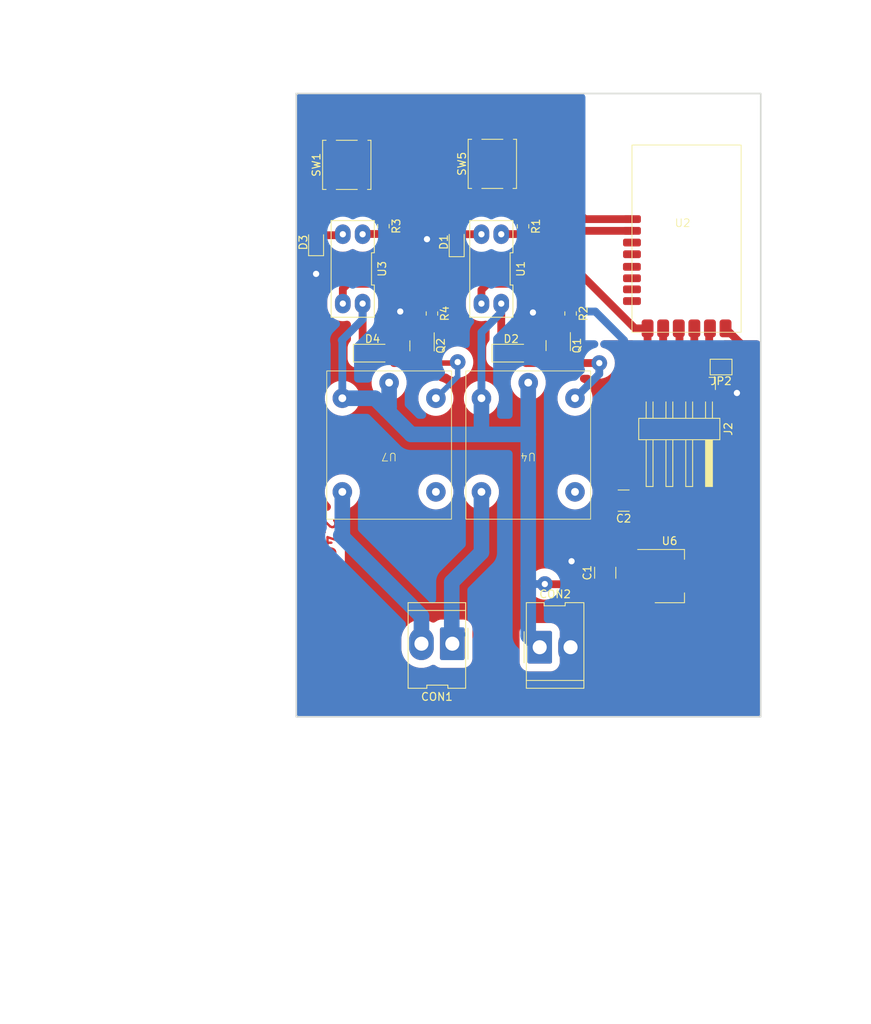
<source format=kicad_pcb>
(kicad_pcb (version 20221018) (generator pcbnew)
  (layers (0 "F.Cu" signal) (31 "B.Cu" signal) (34 "B.Paste" user) (35 "F.Paste" user) (36 "B.SilkS" user "B.Silkscreen") (37 "F.SilkS" user "F.Silkscreen") (38 "B.Mask" user) (39 "F.Mask" user) (44 "Edge.Cuts" user))
  (net 0 "")
  (net 1 "+12V")
  (net 2 "GND")
  (net 3 "+3V3")
  (net 4 "OP1")
  (net 5 "OP2")
  (net 6 "CH1")
  (net 7 "Net-(D1-A)")
  (net 8 "Net-(D2-A)")
  (net 9 "Net-(D3-A)")
  (net 10 "Net-(D4-A)")
  (net 11 "Net-(J2-Pin_2)")
  (net 12 "Net-(J2-Pin_3)")
  (net 13 "Net-(Q1-B)")
  (net 14 "Net-(Q2-B)")
  (net 15 "Net-(R1-Pad2)")
  (net 16 "Net-(R2-Pad1)")
  (net 17 "Net-(R3-Pad2)")
  (net 18 "Net-(R4-Pad1)")
  (net 27 "CH2")
  (net 28 "Net-(U2-CS)")
  (footprint "Package_TO_SOT_SMD:SOT-223-3_TabPin2" (layer "F.Cu") (at 152.4 104.14)
    (fp_text reference "U6" (at 0 -4.5) (layer "F.SilkS"))
    (fp_text value "AMS1117-3.3")
    (fp_line (start -4.1 -3.41) (end 1.91 -3.41) (stroke (width 0.12)) (layer "F.SilkS"))
    (fp_line (start -1.85 3.41) (end 1.91 3.41) (stroke (width 0.12)) (layer "F.SilkS"))
    (fp_line (start 1.91 -3.41) (end 1.91 -2.15) (stroke (width 0.12)) (layer "F.SilkS"))
    (fp_line (start 1.91 3.41) (end 1.91 2.15) (stroke (width 0.12)) (layer "F.SilkS"))
    (pad "1" smd rect (at -3.15 -2.3) (size 2 1.5) (layers "F.Cu" "F.Paste" "F.Mask") (net 2 "GND"))
    (pad "2" smd rect (at -3.15 0) (size 2 1.5) (layers "F.Cu" "F.Paste" "F.Mask") (net 3 "+3V3"))
    (pad "2" smd rect (at 3.15 0) (size 2 3.8) (layers "F.Cu" "F.Paste" "F.Mask") (net 3 "+3V3"))
    (pad "3" smd rect (at -3.15 2.3) (size 2 1.5) (layers "F.Cu" "F.Paste" "F.Mask") (net 1 "+12V"))
  )
  (footprint "Resistor_SMD:R_0805_2012Metric_Pad1.20x1.40mm_HandSolder" (layer "F.Cu") (at 139.7 70.485 -90)
    (fp_text reference "R2" (at 0 -1.65 90) (layer "F.SilkS"))
    (fp_text value "10K")
    (fp_line (start -0.227064 -0.735) (end 0.227064 -0.735) (stroke (width 0.12)) (layer "F.SilkS"))
    (fp_line (start -0.227064 0.735) (end 0.227064 0.735) (stroke (width 0.12)) (layer "F.SilkS"))
    (pad "1" smd roundrect (at -1 0 270) (size 1.2 1.4) (layers "F.Cu" "F.Paste" "F.Mask") (roundrect_rratio 0.2083333333) (net 16 "Net-(R2-Pad1)"))
    (pad "2" smd roundrect (at 1 0 270) (size 1.2 1.4) (layers "F.Cu" "F.Paste" "F.Mask") (roundrect_rratio 0.2083333333) (net 13 "Net-(Q1-B)"))
  )
  (footprint "iebSpecials:Relay Tongling" (layer "F.Cu") (at 134.27 88.345 180)
    (fp_text reference "U4" (at 0 -0.5 180 unlocked) (layer "F.SilkS") (effects (font (thickness 0.1))))
    (fp_text value "~")
    (fp_rect (start -8 -8.5) (end 8 10.5) (stroke (width 0.1)) (fill none) (layer "F.SilkS"))
    (pad "1" thru_hole circle (at -6 -5 180) (size 2.5 2.5) (drill 1) (layers "*.Cu" "*.Mask"))
    (pad "2" thru_hole circle (at 6 -5 180) (size 2.5 2.5) (drill 1) (layers "*.Cu" "*.Mask") (net 4 "OP1"))
    (pad "3" thru_hole circle (at -6 7 180) (size 2.5 2.5) (drill 1) (layers "*.Cu" "*.Mask") (net 8 "Net-(D2-A)"))
    (pad "4" thru_hole circle (at 0 9 180) (size 2.5 2.5) (drill 1) (layers "*.Cu" "*.Mask") (net 1 "+12V"))
    (pad "5" thru_hole circle (at 6 7 180) (size 2.5 2.5) (drill 1) (layers "*.Cu" "*.Mask") (net 1 "+12V"))
  )
  (footprint "Jumper:SolderJumper-2_P1.3mm_Open_Pad1.0x1.5mm" (layer "F.Cu") (at 159.004 77.343 180)
    (fp_text reference "JP2" (at 0 -1.8) (layer "F.SilkS"))
    (fp_text value "prog")
    (fp_line (start -1.4 -1) (end 1.4 -1) (stroke (width 0.12)) (layer "F.SilkS"))
    (fp_line (start -1.4 1) (end -1.4 -1) (stroke (width 0.12)) (layer "F.SilkS"))
    (fp_line (start 1.4 -1) (end 1.4 1) (stroke (width 0.12)) (layer "F.SilkS"))
    (fp_line (start 1.4 1) (end -1.4 1) (stroke (width 0.12)) (layer "F.SilkS"))
    (pad "1" smd rect (at -0.65 0 180) (size 1 1.5) (layers "F.Cu" "F.Mask") (net 2 "GND"))
    (pad "2" smd rect (at 0.65 0 180) (size 1 1.5) (layers "F.Cu" "F.Mask") (net 28 "Net-(U2-CS)"))
  )
  (footprint "Resistor_SMD:R_0805_2012Metric_Pad1.20x1.40mm_HandSolder" (layer "F.Cu") (at 133.604 59.309 -90)
    (fp_text reference "R1" (at 0 -1.65 90) (layer "F.SilkS"))
    (fp_text value "22K")
    (fp_line (start -0.227064 -0.735) (end 0.227064 -0.735) (stroke (width 0.12)) (layer "F.SilkS"))
    (fp_line (start -0.227064 0.735) (end 0.227064 0.735) (stroke (width 0.12)) (layer "F.SilkS"))
    (pad "1" smd roundrect (at -1 0 270) (size 1.2 1.4) (layers "F.Cu" "F.Paste" "F.Mask") (roundrect_rratio 0.2083333333) (net 6 "CH1"))
    (pad "2" smd roundrect (at 1 0 270) (size 1.2 1.4) (layers "F.Cu" "F.Paste" "F.Mask") (roundrect_rratio 0.2083333333) (net 15 "Net-(R1-Pad2)"))
  )
  (footprint "Connector_Molex:Molex_KK-396_5273-02A_1x02_P3.96mm_Vertical" (layer "F.Cu") (at 135.74 113.255)
    (fp_text reference "CON2" (at 1.98 -6.8) (layer "F.SilkS"))
    (fp_text value "Power")
    (fp_line (start -2 -2) (end -2 2) (stroke (width 0.12)) (layer "F.SilkS"))
    (fp_line (start -1.71 -5.71) (end 0.57 -5.71) (stroke (width 0.12)) (layer "F.SilkS"))
    (fp_line (start -1.71 4.26) (end -1.71 -5.71) (stroke (width 0.12)) (layer "F.SilkS"))
    (fp_line (start -1.71 4.26) (end 5.67 4.26) (stroke (width 0.12)) (layer "F.SilkS"))
    (fp_line (start -1.71 5.26) (end -1.71 4.26) (stroke (width 0.12)) (layer "F.SilkS"))
    (fp_line (start 0.57 -5.71) (end 0.57 -5.31) (stroke (width 0.12)) (layer "F.SilkS"))
    (fp_line (start 0.57 -5.31) (end 3.27 -5.31) (stroke (width 0.12)) (layer "F.SilkS"))
    (fp_line (start 3.27 -5.71) (end 5.67 -5.71) (stroke (width 0.12)) (layer "F.SilkS"))
    (fp_line (start 3.27 -5.31) (end 3.27 -5.71) (stroke (width 0.12)) (layer "F.SilkS"))
    (fp_line (start 5.67 -5.71) (end 5.67 5.26) (stroke (width 0.12)) (layer "F.SilkS"))
    (fp_line (start 5.67 5.26) (end -1.71 5.26) (stroke (width 0.12)) (layer "F.SilkS"))
    (pad "1" thru_hole roundrect (at 0 0) (size 3.16 4.2) (drill 1.8) (layers "*.Cu" "*.Mask") (roundrect_rratio 0.07911392405) (net 1 "+12V"))
    (pad "2" thru_hole oval (at 3.96 0) (size 3.16 4.2) (drill 1.8) (layers "*.Cu" "*.Mask") (net 2 "GND"))
  )
  (footprint "LED_SMD:LED_0805_2012Metric_Pad1.15x1.40mm_HandSolder" (layer "F.Cu") (at 125.095 61.341 90)
    (fp_text reference "D1" (at 0 -1.65 90) (layer "F.SilkS"))
    (fp_text value "LED")
    (fp_line (start -1.86 -0.96) (end -1.86 0.96) (stroke (width 0.12)) (layer "F.SilkS"))
    (fp_line (start -1.86 0.96) (end 1 0.96) (stroke (width 0.12)) (layer "F.SilkS"))
    (fp_line (start 1 -0.96) (end -1.86 -0.96) (stroke (width 0.12)) (layer "F.SilkS"))
    (pad "1" smd roundrect (at -1.025 0 90) (size 1.15 1.4) (layers "F.Cu" "F.Paste" "F.Mask") (roundrect_rratio 0.2173913043) (net 2 "GND"))
    (pad "2" smd roundrect (at 1.025 0 90) (size 1.15 1.4) (layers "F.Cu" "F.Paste" "F.Mask") (roundrect_rratio 0.2173913043) (net 7 "Net-(D1-A)"))
  )
  (footprint "iebSpecials:OptoIsoator4pin" (layer "F.Cu") (at 129.54 64.77 180)
    (fp_text reference "U1" (at -3.77 0 270) (layer "F.SilkS"))
    (fp_text value "EL B17 CO43")
    (fp_line (start -2.77 -2.065) (end -2.41 -2.065) (stroke (width 0.12)) (layer "F.SilkS"))
    (fp_line (start -2.77 2.064999) (end -2.77 6.195) (stroke (width 0.12)) (layer "F.SilkS"))
    (fp_line (start -2.77 6.195) (end 2.769999 6.195) (stroke (width 0.12)) (layer "F.SilkS"))
    (fp_line (start -2.769999 -6.195) (end -2.77 -2.065) (stroke (width 0.12)) (layer "F.SilkS"))
    (fp_line (start -2.41 -2.065) (end -2.41 2.064999) (stroke (width 0.12)) (layer "F.SilkS"))
    (fp_line (start -2.41 2.064999) (end -2.77 2.064999) (stroke (width 0.12)) (layer "F.SilkS"))
    (fp_line (start 2.769999 6.195) (end 2.77 -6.195) (stroke (width 0.12)) (layer "F.SilkS"))
    (fp_line (start 2.77 -6.195) (end -2.769999 -6.195) (stroke (width 0.12)) (layer "F.SilkS"))
    (pad "1" thru_hole oval (at -1.27 4.445 180) (size 2 2.5) (drill 0.8) (layers "*.Cu" "*.Mask") (net 15 "Net-(R1-Pad2)"))
    (pad "2" thru_hole oval (at 1.27 4.445 180) (size 2 2.5) (drill 0.8) (layers "*.Cu" "*.Mask") (net 7 "Net-(D1-A)"))
    (pad "3" thru_hole oval (at 1.27 -4.445 180) (size 2 2.5) (drill 0.8) (layers "*.Cu" "*.Mask") (net 16 "Net-(R2-Pad1)"))
    (pad "4" thru_hole oval (at -1.27 -4.445 180) (size 2 2.5) (drill 0.8) (layers "*.Cu" "*.Mask") (net 1 "+12V"))
  )
  (footprint "iebSpecials:Jdy40" (layer "F.Cu") (at 154.075 59.39)
    (fp_text reference "U2" (at 0 -0.5 unlocked) (layer "F.SilkS") (effects (font (thickness 0.1))))
    (fp_text value "~")
    (fp_rect (start -6.5 -10.5) (end 7.5 13.5) (stroke (width 0.1)) (fill none) (layer "F.SilkS"))
    (pad "1" smd roundrect (at -6.5 -1) (size 2.286 1) (layers "F.Cu" "F.Paste" "F.Mask") (net 27 "CH2"))
    (pad "2" smd roundrect (at -6.5 0.5) (size 2.286 1) (layers "F.Cu" "F.Paste" "F.Mask") (net 6 "CH1"))
    (pad "3" smd roundrect (at -6.5 2) (size 2.286 1) (layers "F.Cu" "F.Paste" "F.Mask"))
    (pad "4" smd roundrect (at -6.5 3.5) (size 2.286 1) (layers "F.Cu" "F.Paste" "F.Mask"))
    (pad "5" smd roundrect (at -6.51 5.11) (size 2.286 1) (layers "F.Cu" "F.Paste" "F.Mask"))
    (pad "6" smd roundrect (at -6.5 6.58) (size 2.286 1) (layers "F.Cu" "F.Paste" "F.Mask"))
    (pad "7" smd roundrect (at -6.5 8) (size 2.286 1) (layers "F.Cu" "F.Paste" "F.Mask"))
    (pad "8" smd roundrect (at -6.5 9.5) (size 2.286 1) (layers "F.Cu" "F.Paste" "F.Mask"))
    (pad "9" smd roundrect (at -4.5 13 90) (size 2.286 1.524) (layers "F.Cu" "F.Paste" "F.Mask") (net 3 "+3V3"))
    (pad "10" smd roundrect (at -2.5 13 90) (size 2.286 1.524) (layers "F.Cu" "F.Paste" "F.Mask") (net 12 "Net-(J2-Pin_3)"))
    (pad "11" smd roundrect (at -0.5 13 90) (size 2.286 1.524) (layers "F.Cu" "F.Paste" "F.Mask") (net 11 "Net-(J2-Pin_2)"))
    (pad "12" smd roundrect (at 1.5 13 90) (size 2.286 1.524) (layers "F.Cu" "F.Paste" "F.Mask") (net 28 "Net-(U2-CS)"))
    (pad "13" smd roundrect (at 3.5 13 90) (size 2.286 1.524) (layers "F.Cu" "F.Paste" "F.Mask") (net 28 "Net-(U2-CS)"))
    (pad "14" smd roundrect (at 5.5 13 90) (size 2.286 1.524) (layers "F.Cu" "F.Paste" "F.Mask") (net 2 "GND"))
  )
  (footprint "Button_Switch_SMD:SW_SPST_EVPBF" (layer "F.Cu") (at 110.998 51.435 90)
    (fp_text reference "SW1" (at 0 -3.9 90) (layer "F.SilkS"))
    (fp_text value "SW_Push")
    (fp_line (start -3.15 -3.1) (end 3.15 -3.1) (stroke (width 0.12)) (layer "F.SilkS"))
    (fp_line (start -3.15 -2.65) (end -3.15 -3.1) (stroke (width 0.12)) (layer "F.SilkS"))
    (fp_line (start -3.15 1.35) (end -3.15 -1.35) (stroke (width 0.12)) (layer "F.SilkS"))
    (fp_line (start -3.15 2.65) (end -3.15 3.1) (stroke (width 0.12)) (layer "F.SilkS"))
    (fp_line (start -3.15 3.1) (end 3.15 3.1) (stroke (width 0.12)) (layer "F.SilkS"))
    (fp_line (start 3.15 -3.1) (end 3.15 -2.65) (stroke (width 0.12)) (layer "F.SilkS"))
    (fp_line (start 3.15 -1.35) (end 3.15 1.35) (stroke (width 0.12)) (layer "F.SilkS"))
    (fp_line (start 3.15 3.1) (end 3.15 2.7) (stroke (width 0.12)) (layer "F.SilkS"))
    (pad "1" smd rect (at -2.88 -2 90) (size 2.75 1) (layers "F.Cu" "F.Paste" "F.Mask") (net 27 "CH2"))
    (pad "1" smd rect (at 2.88 -2 90) (size 2.75 1) (layers "F.Cu" "F.Paste" "F.Mask") (net 27 "CH2"))
    (pad "2" smd rect (at -2.88 2 90) (size 2.75 1) (layers "F.Cu" "F.Paste" "F.Mask") (net 3 "+3V3"))
    (pad "2" smd rect (at 2.88 2 90) (size 2.75 1) (layers "F.Cu" "F.Paste" "F.Mask") (net 3 "+3V3"))
  )
  (footprint "Capacitor_SMD:C_1210_3225Metric" (layer "F.Cu") (at 146.5072 94.4626 180)
    (fp_text reference "C2" (at 0 -2.3) (layer "F.SilkS"))
    (fp_text value "C")
    (fp_line (start -0.711252 -1.36) (end 0.711252 -1.36) (stroke (width 0.12)) (layer "F.SilkS"))
    (fp_line (start -0.711252 1.36) (end 0.711252 1.36) (stroke (width 0.12)) (layer "F.SilkS"))
    (pad "1" smd roundrect (at -1.475 0 180) (size 1.15 2.7) (layers "F.Cu" "F.Paste" "F.Mask") (roundrect_rratio 0.2173913043) (net 3 "+3V3"))
    (pad "2" smd roundrect (at 1.475 0 180) (size 1.15 2.7) (layers "F.Cu" "F.Paste" "F.Mask") (roundrect_rratio 0.2173913043) (net 2 "GND"))
  )
  (footprint "Connector_Molex:Molex_KK-396_5273-02A_1x02_P3.96mm_Vertical" (layer "F.Cu") (at 124.535 112.805 180)
    (fp_text reference "CON1" (at 1.98 -6.8) (layer "F.SilkS"))
    (fp_text value "Switched Out")
    (fp_line (start -2 -2) (end -2 2) (stroke (width 0.12)) (layer "F.SilkS"))
    (fp_line (start -1.71 -5.71) (end 0.57 -5.71) (stroke (width 0.12)) (layer "F.SilkS"))
    (fp_line (start -1.71 4.26) (end -1.71 -5.71) (stroke (width 0.12)) (layer "F.SilkS"))
    (fp_line (start -1.71 4.26) (end 5.67 4.26) (stroke (width 0.12)) (layer "F.SilkS"))
    (fp_line (start -1.71 5.26) (end -1.71 4.26) (stroke (width 0.12)) (layer "F.SilkS"))
    (fp_line (start 0.57 -5.71) (end 0.57 -5.31) (stroke (width 0.12)) (layer "F.SilkS"))
    (fp_line (start 0.57 -5.31) (end 3.27 -5.31) (stroke (width 0.12)) (layer "F.SilkS"))
    (fp_line (start 3.27 -5.71) (end 5.67 -5.71) (stroke (width 0.12)) (layer "F.SilkS"))
    (fp_line (start 3.27 -5.31) (end 3.27 -5.71) (stroke (width 0.12)) (layer "F.SilkS"))
    (fp_line (start 5.67 -5.71) (end 5.67 5.26) (stroke (width 0.12)) (layer "F.SilkS"))
    (fp_line (start 5.67 5.26) (end -1.71 5.26) (stroke (width 0.12)) (layer "F.SilkS"))
    (pad "1" thru_hole roundrect (at 0 0 180) (size 3.16 4.2) (drill 1.8) (layers "*.Cu" "*.Mask") (roundrect_rratio 0.07911392405) (net 4 "OP1"))
    (pad "2" thru_hole oval (at 3.96 0 180) (size 3.16 4.2) (drill 1.8) (layers "*.Cu" "*.Mask") (net 5 "OP2"))
  )
  (footprint "LED_SMD:LED_1206_3216Metric_Pad1.42x1.75mm_HandSolder" (layer "F.Cu") (at 114.3 75.565)
    (fp_text reference "D4" (at 0 -1.82) (layer "F.SilkS"))
    (fp_text value "BAS316")
    (fp_line (start -2.46 -1.135) (end -2.46 1.135) (stroke (width 0.12)) (layer "F.SilkS"))
    (fp_line (start -2.46 1.135) (end 1.6 1.135) (stroke (width 0.12)) (layer "F.SilkS"))
    (fp_line (start 1.6 -1.135) (end -2.46 -1.135) (stroke (width 0.12)) (layer "F.SilkS"))
    (pad "1" smd roundrect (at -1.4875 0) (size 1.425 1.75) (layers "F.Cu" "F.Paste" "F.Mask") (roundrect_rratio 0.1754392982) (net 1 "+12V"))
    (pad "2" smd roundrect (at 1.4875 0) (size 1.425 1.75) (layers "F.Cu" "F.Paste" "F.Mask") (roundrect_rratio 0.1754392982) (net 10 "Net-(D4-A)"))
  )
  (footprint "Resistor_SMD:R_0805_2012Metric_Pad1.20x1.40mm_HandSolder" (layer "F.Cu") (at 121.92 70.485 -90)
    (fp_text reference "R4" (at 0 -1.65 90) (layer "F.SilkS"))
    (fp_text value "10K")
    (fp_line (start -0.227064 -0.735) (end 0.227064 -0.735) (stroke (width 0.12)) (layer "F.SilkS"))
    (fp_line (start -0.227064 0.735) (end 0.227064 0.735) (stroke (width 0.12)) (layer "F.SilkS"))
    (pad "1" smd roundrect (at -1 0 270) (size 1.2 1.4) (layers "F.Cu" "F.Paste" "F.Mask") (roundrect_rratio 0.2083333333) (net 18 "Net-(R4-Pad1)"))
    (pad "2" smd roundrect (at 1 0 270) (size 1.2 1.4) (layers "F.Cu" "F.Paste" "F.Mask") (roundrect_rratio 0.2083333333) (net 14 "Net-(Q2-B)"))
  )
  (footprint "LED_SMD:LED_0805_2012Metric" (layer "F.Cu") (at 107.061 61.3895 90)
    (fp_text reference "D3" (at 0 -1.65 90) (layer "F.SilkS"))
    (fp_text value "LED")
    (fp_line (start -1.685 -0.96) (end -1.685 0.96) (stroke (width 0.12)) (layer "F.SilkS"))
    (fp_line (start -1.685 0.96) (end 1 0.96) (stroke (width 0.12)) (layer "F.SilkS"))
    (fp_line (start 1 -0.96) (end -1.685 -0.96) (stroke (width 0.12)) (layer "F.SilkS"))
    (pad "1" smd roundrect (at -0.9375 0 90) (size 0.975 1.4) (layers "F.Cu" "F.Paste" "F.Mask") (net 2 "GND"))
    (pad "2" smd roundrect (at 0.9375 0 90) (size 0.975 1.4) (layers "F.Cu" "F.Paste" "F.Mask") (net 9 "Net-(D3-A)"))
  )
  (footprint "LED_SMD:LED_1206_3216Metric_Pad1.42x1.75mm_HandSolder" (layer "F.Cu") (at 132.08 75.565)
    (fp_text reference "D2" (at 0 -1.82) (layer "F.SilkS"))
    (fp_text value "BAS316")
    (fp_line (start -2.46 -1.135) (end -2.46 1.135) (stroke (width 0.12)) (layer "F.SilkS"))
    (fp_line (start -2.46 1.135) (end 1.6 1.135) (stroke (width 0.12)) (layer "F.SilkS"))
    (fp_line (start 1.6 -1.135) (end -2.46 -1.135) (stroke (width 0.12)) (layer "F.SilkS"))
    (pad "1" smd roundrect (at -1.4875 0) (size 1.425 1.75) (layers "F.Cu" "F.Paste" "F.Mask") (roundrect_rratio 0.1754392982) (net 1 "+12V"))
    (pad "2" smd roundrect (at 1.4875 0) (size 1.425 1.75) (layers "F.Cu" "F.Paste" "F.Mask") (roundrect_rratio 0.1754392982) (net 8 "Net-(D2-A)"))
  )
  (footprint "Resistor_SMD:R_0805_2012Metric_Pad1.20x1.40mm_HandSolder" (layer "F.Cu") (at 115.697 59.293 -90)
    (fp_text reference "R3" (at 0 -1.65 90) (layer "F.SilkS"))
    (fp_text value "2.2K")
    (fp_line (start -0.227064 -0.735) (end 0.227064 -0.735) (stroke (width 0.12)) (layer "F.SilkS"))
    (fp_line (start -0.227064 0.735) (end 0.227064 0.735) (stroke (width 0.12)) (layer "F.SilkS"))
    (pad "1" smd roundrect (at -1 0 270) (size 1.2 1.4) (layers "F.Cu" "F.Paste" "F.Mask") (roundrect_rratio 0.2083333333) (net 27 "CH2"))
    (pad "2" smd roundrect (at 1 0 270) (size 1.2 1.4) (layers "F.Cu" "F.Paste" "F.Mask") (roundrect_rratio 0.2083333333) (net 17 "Net-(R3-Pad2)"))
  )
  (footprint "Capacitor_SMD:C_1210_3225Metric" (layer "F.Cu") (at 144.145 103.71 90)
    (fp_text reference "C1" (at 0 -2.3 90) (layer "F.SilkS"))
    (fp_text value "C")
    (fp_line (start -0.711252 -1.36) (end 0.711252 -1.36) (stroke (width 0.12)) (layer "F.SilkS"))
    (fp_line (start -0.711252 1.36) (end 0.711252 1.36) (stroke (width 0.12)) (layer "F.SilkS"))
    (pad "1" smd roundrect (at -1.475 0 90) (size 1.15 2.7) (layers "F.Cu" "F.Paste" "F.Mask") (roundrect_rratio 0.2173913043) (net 1 "+12V"))
    (pad "2" smd roundrect (at 1.475 0 90) (size 1.15 2.7) (layers "F.Cu" "F.Paste" "F.Mask") (roundrect_rratio 0.2173913043) (net 2 "GND"))
  )
  (footprint "Package_TO_SOT_SMD:SOT-23" (layer "F.Cu") (at 120.65 74.6275 -90)
    (fp_text reference "Q2" (at 0 -2.4 90) (layer "F.SilkS"))
    (fp_text value "MMBT5551L")
    (fp_line (start 0 -1.56) (end -1.675 -1.56) (stroke (width 0.12)) (layer "F.SilkS"))
    (fp_line (start 0 -1.56) (end 0.65 -1.56) (stroke (width 0.12)) (layer "F.SilkS"))
    (fp_line (start 0 1.56) (end -0.65 1.56) (stroke (width 0.12)) (layer "F.SilkS"))
    (fp_line (start 0 1.56) (end 0.65 1.56) (stroke (width 0.12)) (layer "F.SilkS"))
    (pad "1" smd roundrect (at -0.9375 -0.95 270) (size 1.475 0.6) (layers "F.Cu" "F.Paste" "F.Mask") (net 14 "Net-(Q2-B)"))
    (pad "2" smd roundrect (at -0.9375 0.95 270) (size 1.475 0.6) (layers "F.Cu" "F.Paste" "F.Mask") (net 2 "GND"))
    (pad "3" smd roundrect (at 0.9375 0 270) (size 1.475 0.6) (layers "F.Cu" "F.Paste" "F.Mask") (net 10 "Net-(D4-A)"))
  )
  (footprint "Connector_Harwin:Harwin_M20-89004xx_1x04_P2.54mm_Horizontal" (layer "F.Cu") (at 153.6446 85.7636 -90)
    (fp_text reference "J2" (at -0.48 -6.28 -90) (layer "F.SilkS"))
    (fp_text value "Serial Interface")
    (fp_line (start -7.095 -4.63) (end -5.525 -4.63) (stroke (width 0.12)) (layer "F.SilkS"))
    (fp_line (start -7.095 -3.81) (end -7.095 -4.63) (stroke (width 0.12)) (layer "F.SilkS"))
    (fp_line (start -3.955 -4.25) (end -1.845 -4.25) (stroke (width 0.12)) (layer "F.SilkS"))
    (fp_line (start -3.955 -3.37) (end -1.845 -3.37) (stroke (width 0.12)) (layer "F.SilkS"))
    (fp_line (start -3.955 -1.71) (end -1.845 -1.71) (stroke (width 0.12)) (layer "F.SilkS"))
    (fp_line (start -3.955 -0.83) (end -1.845 -0.83) (stroke (width 0.12)) (layer "F.SilkS"))
    (fp_line (start -3.955 0.83) (end -1.845 0.83) (stroke (width 0.12)) (layer "F.SilkS"))
    (fp_line (start -3.955 1.71) (end -1.845 1.71) (stroke (width 0.12)) (layer "F.SilkS"))
    (fp_line (start -3.955 3.37) (end -1.845 3.37) (stroke (width 0.12)) (layer "F.SilkS"))
    (fp_line (start -3.955 4.25) (end -1.845 4.25) (stroke (width 0.12)) (layer "F.SilkS"))
    (fp_line (start -1.845 -5.2) (end 0.895 -5.2) (stroke (width 0.12)) (layer "F.SilkS"))
    (fp_line (start -1.845 5.2) (end -1.845 -5.2) (stroke (width 0.12)) (layer "F.SilkS"))
    (fp_line (start 0.895 -5.2) (end 0.895 5.2) (stroke (width 0.12)) (layer "F.SilkS"))
    (fp_line (start 0.895 -4.25) (end 6.895 -4.25) (stroke (width 0.12)) (layer "F.SilkS"))
    (fp_line (start 0.895 -1.71) (end 6.895 -1.71) (stroke (width 0.12)) (layer "F.SilkS"))
    (fp_line (start 0.895 0.83) (end 6.895 0.83) (stroke (width 0.12)) (layer "F.SilkS"))
    (fp_line (start 0.895 3.37) (end 6.895 3.37) (stroke (width 0.12)) (layer "F.SilkS"))
    (fp_line (start 0.895 5.2) (end -1.845 5.2) (stroke (width 0.12)) (layer "F.SilkS"))
    (fp_line (start 6.895 -4.25) (end 6.895 -3.37) (stroke (width 0.12)) (layer "F.SilkS"))
    (fp_line (start 6.895 -3.37) (end 0.895 -3.37) (stroke (width 0.12)) (layer "F.SilkS"))
    (fp_line (start 6.895 -1.71) (end 6.895 -0.83) (stroke (width 0.12)) (layer "F.SilkS"))
    (fp_line (start 6.895 -0.83) (end 0.895 -0.83) (stroke (width 0.12)) (layer "F.SilkS"))
    (fp_line (start 6.895 0.83) (end 6.895 1.71) (stroke (width 0.12)) (layer "F.SilkS"))
    (fp_line (start 6.895 1.71) (end 0.895 1.71) (stroke (width 0.12)) (layer "F.SilkS"))
    (fp_line (start 6.895 3.37) (end 6.895 4.25) (stroke (width 0.12)) (layer "F.SilkS"))
    (fp_line (start 6.895 4.25) (end 0.895 4.25) (stroke (width 0.12)) (layer "F.SilkS"))
    (pad "" smd rect (at 3.895 -3.81 270) (size 6 0.76) (layers "F.SilkS"))
    (pad "1" smd rect (at -5.525 -3.81 270) (size 2.5 1) (layers "F.Cu" "F.Paste" "F.Mask") (net 2 "GND"))
    (pad "2" smd rect (at -5.525 -1.27 270) (size 2.5 1) (layers "F.Cu" "F.Paste" "F.Mask") (net 11 "Net-(J2-Pin_2)"))
    (pad "3" smd rect (at -5.525 1.27 270) (size 2.5 1) (layers "F.Cu" "F.Paste" "F.Mask") (net 12 "Net-(J2-Pin_3)"))
    (pad "4" smd rect (at -5.525 3.81 270) (size 2.5 1) (layers "F.Cu" "F.Paste" "F.Mask") (net 3 "+3V3"))
  )
  (footprint "iebSpecials:OptoIsoator4pin" (layer "F.Cu") (at 111.76 64.77 180)
    (fp_text reference "U3" (at -3.77 0 270) (layer "F.SilkS"))
    (fp_text value "EL B17 CO43")
    (fp_line (start -2.77 -2.065) (end -2.41 -2.065) (stroke (width 0.12)) (layer "F.SilkS"))
    (fp_line (start -2.77 2.064999) (end -2.77 6.195) (stroke (width 0.12)) (layer "F.SilkS"))
    (fp_line (start -2.77 6.195) (end 2.769999 6.195) (stroke (width 0.12)) (layer "F.SilkS"))
    (fp_line (start -2.769999 -6.195) (end -2.77 -2.065) (stroke (width 0.12)) (layer "F.SilkS"))
    (fp_line (start -2.41 -2.065) (end -2.41 2.064999) (stroke (width 0.12)) (layer "F.SilkS"))
    (fp_line (start -2.41 2.064999) (end -2.77 2.064999) (stroke (width 0.12)) (layer "F.SilkS"))
    (fp_line (start 2.769999 6.195) (end 2.77 -6.195) (stroke (width 0.12)) (layer "F.SilkS"))
    (fp_line (start 2.77 -6.195) (end -2.769999 -6.195) (stroke (width 0.12)) (layer "F.SilkS"))
    (pad "1" thru_hole oval (at -1.27 4.445 180) (size 2 2.5) (drill 0.8) (layers "*.Cu" "*.Mask") (net 17 "Net-(R3-Pad2)"))
    (pad "2" thru_hole oval (at 1.27 4.445 180) (size 2 2.5) (drill 0.8) (layers "*.Cu" "*.Mask") (net 9 "Net-(D3-A)"))
    (pad "3" thru_hole oval (at 1.27 -4.445 180) (size 2 2.5) (drill 0.8) (layers "*.Cu" "*.Mask") (net 18 "Net-(R4-Pad1)"))
    (pad "4" thru_hole oval (at -1.27 -4.445 180) (size 2 2.5) (drill 0.8) (layers "*.Cu" "*.Mask") (net 1 "+12V"))
  )
  (footprint "iebSpecials:Relay Tongling" (layer "F.Cu") (at 116.428 88.345 180)
    (fp_text reference "U7" (at 0 -0.5 180 unlocked) (layer "F.SilkS") (effects (font (thickness 0.1))))
    (fp_text value "~")
    (fp_rect (start -8 -8.5) (end 8 10.5) (stroke (width 0.1)) (fill none) (layer "F.SilkS"))
    (pad "1" thru_hole circle (at -6 -5 180) (size 2.5 2.5) (drill 1) (layers "*.Cu" "*.Mask"))
    (pad "2" thru_hole circle (at 6 -5 180) (size 2.5 2.5) (drill 1) (layers "*.Cu" "*.Mask") (net 5 "OP2"))
    (pad "3" thru_hole circle (at -6 7 180) (size 2.5 2.5) (drill 1) (layers "*.Cu" "*.Mask") (net 10 "Net-(D4-A)"))
    (pad "4" thru_hole circle (at 0 9 180) (size 2.5 2.5) (drill 1) (layers "*.Cu" "*.Mask") (net 1 "+12V"))
    (pad "5" thru_hole circle (at 6 7 180) (size 2.5 2.5) (drill 1) (layers "*.Cu" "*.Mask") (net 1 "+12V"))
  )
  (footprint "Package_TO_SOT_SMD:SOT-23" (layer "F.Cu") (at 138.115 74.5975 -90)
    (fp_text reference "Q1" (at 0 -2.4 90) (layer "F.SilkS"))
    (fp_text value "MMBT5551L")
    (fp_line (start 0 -1.56) (end -1.675 -1.56) (stroke (width 0.12)) (layer "F.SilkS"))
    (fp_line (start 0 -1.56) (end 0.65 -1.56) (stroke (width 0.12)) (layer "F.SilkS"))
    (fp_line (start 0 1.56) (end -0.65 1.56) (stroke (width 0.12)) (layer "F.SilkS"))
    (fp_line (start 0 1.56) (end 0.65 1.56) (stroke (width 0.12)) (layer "F.SilkS"))
    (pad "1" smd roundrect (at -0.9375 -0.95 270) (size 1.475 0.6) (layers "F.Cu" "F.Paste" "F.Mask") (net 13 "Net-(Q1-B)"))
    (pad "2" smd roundrect (at -0.9375 0.95 270) (size 1.475 0.6) (layers "F.Cu" "F.Paste" "F.Mask") (net 2 "GND"))
    (pad "3" smd roundrect (at 0.9375 0 270) (size 1.475 0.6) (layers "F.Cu" "F.Paste" "F.Mask") (net 8 "Net-(D2-A)"))
  )
  (footprint "Button_Switch_SMD:SW_SPST_EVPBF" (layer "F.Cu") (at 129.667 51.308 90)
    (fp_text reference "SW5" (at 0 -3.9 90) (layer "F.SilkS"))
    (fp_text value "SW_Push")
    (fp_line (start -3.15 -3.1) (end 3.15 -3.1) (stroke (width 0.12)) (layer "F.SilkS"))
    (fp_line (start -3.15 -2.65) (end -3.15 -3.1) (stroke (width 0.12)) (layer "F.SilkS"))
    (fp_line (start -3.15 1.35) (end -3.15 -1.35) (stroke (width 0.12)) (layer "F.SilkS"))
    (fp_line (start -3.15 2.65) (end -3.15 3.1) (stroke (width 0.12)) (layer "F.SilkS"))
    (fp_line (start -3.15 3.1) (end 3.15 3.1) (stroke (width 0.12)) (layer "F.SilkS"))
    (fp_line (start 3.15 -3.1) (end 3.15 -2.65) (stroke (width 0.12)) (layer "F.SilkS"))
    (fp_line (start 3.15 -1.35) (end 3.15 1.35) (stroke (width 0.12)) (layer "F.SilkS"))
    (fp_line (start 3.15 3.1) (end 3.15 2.7) (stroke (width 0.12)) (layer "F.SilkS"))
    (pad "1" smd rect (at -2.88 -2 90) (size 2.75 1) (layers "F.Cu" "F.Paste" "F.Mask") (net 6 "CH1"))
    (pad "1" smd rect (at 2.88 -2 90) (size 2.75 1) (layers "F.Cu" "F.Paste" "F.Mask") (net 6 "CH1"))
    (pad "2" smd rect (at -2.88 2 90) (size 2.75 1) (layers "F.Cu" "F.Paste" "F.Mask") (net 3 "+3V3"))
    (pad "2" smd rect (at 2.88 2 90) (size 2.75 1) (layers "F.Cu" "F.Paste" "F.Mask") (net 3 "+3V3"))
  )
  (gr_rect (start 104.521 42.291) (end 164.084 122.174) (stroke (width 0.2)) (fill none) (layer "Edge.Cuts"))
  (gr_text "CH2" (at 116.078 121.539) (layer "F.Cu") (effects (font (size 1.5 1.5) (thickness 0.3) bold) (justify left bottom)))
  (gr_text "2.4GHz Windlass Base\n(c) Ian Boston 2024" (at 105.41 96.52 -90) (layer "F.Cu") (effects (font (size 1.5 1.5) (thickness 0.3) bold) (justify left bottom)))
  (gr_text "+12v" (at 130.937 121.666) (layer "F.Cu") (effects (font (size 1.5 1.5) (thickness 0.3) bold) (justify left bottom)))
  (gr_text "0V" (at 138.811 121.539) (layer "F.Cu") (effects (font (size 1.5 1.5) (thickness 0.3) bold) (justify left bottom)))
  (gr_text "CH1" (at 124.079 121.285) (layer "F.Cu") (effects (font (size 1.5 1.5) (thickness 0.3) bold) (justify left bottom)))
  (segment (start 144.555 105.185) (end 146.05 106.68) (width 1) (layer "F.Cu") (net 1))
  (segment (start 136.427 105.185) (end 136.398 105.156) (width 1) (layer "F.Cu") (net 1))
  (segment (start 113.03 69.215) (end 113.03 74.7125) (width 1) (layer "F.Cu") (net 1))
  (segment (start 130.81 69.215) (end 130.81 75.9825) (width 1) (layer "F.Cu") (net 1))
  (segment (start 113.03 74.7125) (end 112.8125 74.93) (width 1) (layer "F.Cu") (net 1))
  (segment (start 144.145 105.185) (end 144.555 105.185) (width 1) (layer "F.Cu") (net 1))
  (segment (start 146.05 106.68) (end 146.29 106.44) (width 1) (layer "F.Cu") (net 1))
  (segment (start 144.145 105.185) (end 136.427 105.185) (width 1) (layer "F.Cu") (net 1))
  (segment (start 130.81 75.9825) (end 130.5925 76.2) (width 1) (layer "F.Cu") (net 1))
  (segment (start 146.29 106.44) (end 149.25 106.44) (width 1) (layer "F.Cu") (net 1))
  (via (at 136.398 105.156) (size 2) (drill 0.8) (layers "F.Cu" "B.Cu") (net 1))
  (segment (start 130.81 69.215) (end 130.81 70.358) (width 1) (layer "B.Cu") (net 1))
  (segment (start 130.81 70.358) (end 128.27 72.898) (width 1) (layer "B.Cu") (net 1))
  (segment (start 128.27 85.852) (end 128.27 81.345) (width 2) (layer "B.Cu") (net 1))
  (segment (start 128.143 85.979) (end 119.253 85.979) (width 2) (layer "B.Cu") (net 1))
  (segment (start 136.398 105.156) (end 134.524 105.156) (width 1) (layer "B.Cu") (net 1))
  (segment (start 128.27 72.898) (end 128.27 81.345) (width 1) (layer "B.Cu") (net 1))
  (segment (start 113.03 71.247) (end 110.363 73.914) (width 1) (layer "B.Cu") (net 1))
  (segment (start 116.078 82.804) (end 116.428 82.454) (width 2) (layer "B.Cu") (net 1))
  (segment (start 116.428 82.454) (end 116.428 79.345) (width 2) (layer "B.Cu") (net 1))
  (segment (start 134.27 85.979) (end 128.143 85.979) (width 2) (layer "B.Cu") (net 1))
  (segment (start 110.363 73.914) (end 110.428 73.979) (width 1) (layer "B.Cu") (net 1))
  (segment (start 134.27 111.785) (end 134.27 105.41) (width 2) (layer "B.Cu") (net 1))
  (segment (start 128.143 85.979) (end 128.27 85.852) (width 2) (layer "B.Cu") (net 1))
  (segment (start 134.524 105.156) (end 134.27 105.41) (width 1) (layer "B.Cu") (net 1))
  (segment (start 116.078 82.804) (end 114.619 81.345) (width 2) (layer "B.Cu") (net 1))
  (segment (start 110.428 73.979) (end 110.428 81.345) (width 1) (layer "B.Cu") (net 1))
  (segment (start 135.74 113.255) (end 134.27 111.785) (width 2) (layer "B.Cu") (net 1))
  (segment (start 114.619 81.345) (end 110.428 81.345) (width 2) (layer "B.Cu") (net 1))
  (segment (start 113.03 69.215) (end 113.03 71.247) (width 1) (layer "B.Cu") (net 1))
  (segment (start 134.27 105.41) (end 134.27 85.979) (width 2) (layer "B.Cu") (net 1))
  (segment (start 134.27 85.979) (end 134.27 79.345) (width 2) (layer "B.Cu") (net 1))
  (segment (start 119.253 85.979) (end 116.078 82.804) (width 2) (layer "B.Cu") (net 1))
  (segment (start 157.4546 80.2386) (end 158.6002 79.093) (width 1) (layer "F.Cu") (net 2))
  (segment (start 144.145 95.3498) (end 145.0322 94.4626) (width 1) (layer "F.Cu") (net 2))
  (segment (start 141.605 102.235) (end 144.145 102.235) (width 1) (layer "F.Cu") (net 2))
  (segment (start 122.691 62.366) (end 121.285 60.96) (width 1) (layer "F.Cu") (net 2))
  (segment (start 144.54 101.84) (end 144.145 102.235) (width 1) (layer "F.Cu") (net 2))
  (segment (start 158.6002 79.093) (end 159.854 79.093) (width 1) (layer "F.Cu") (net 2))
  (segment (start 149.25 101.84) (end 144.54 101.84) (width 1) (layer "F.Cu") (net 2))
  (segment (start 161.417 74.232) (end 159.575 72.39) (width 1) (layer "F.Cu") (net 2))
  (segment (start 159.854 79.093) (end 159.854 77.216) (width 1) (layer "F.Cu") (net 2))
  (segment (start 161.417 114.046) (end 158.75 116.713) (width 1) (layer "F.Cu") (net 2))
  (segment (start 144.272 116.713) (end 140.814 113.255) (width 1) (layer "F.Cu") (net 2))
  (segment (start 136.398 73.66) (end 134.874 72.136) (width 0.7) (layer "F.Cu") (net 2))
  (segment (start 140.814 113.255) (end 139.7 113.255) (width 1) (layer "F.Cu") (net 2))
  (segment (start 119.7 73.69) (end 119.664 73.69) (width 0.7) (layer "F.Cu") (net 2))
  (segment (start 157.4546 80.2386) (end 160.6042 80.2386) (width 1) (layer "F.Cu") (net 2))
  (segment (start 125.095 62.366) (end 122.691 62.366) (width 1) (layer "F.Cu") (net 2))
  (segment (start 119.664 73.69) (end 117.856 71.882) (width 0.7) (layer "F.Cu") (net 2))
  (segment (start 144.145 102.235) (end 144.145 95.3498) (width 1) (layer "F.Cu") (net 2))
  (segment (start 107.061 62.327) (end 107.061 65.405) (width 1) (layer "F.Cu") (net 2))
  (segment (start 160.6042 80.2386) (end 161.036 80.6704) (width 1) (layer "F.Cu") (net 2))
  (segment (start 159.854 77.216) (end 161.417 77.216) (width 1) (layer "F.Cu") (net 2))
  (segment (start 134.874 72.136) (end 134.874 70.358) (width 1) (layer "F.Cu") (net 2))
  (segment (start 161.417 77.216) (end 161.417 74.232) (width 1) (layer "F.Cu") (net 2))
  (segment (start 117.856 70.231) (end 117.856 71.882) (width 1) (layer "F.Cu") (net 2))
  (segment (start 141.605 102.235) (end 139.827 102.235) (width 1) (layer "F.Cu") (net 2))
  (segment (start 119.7 73.69) (end 119.7 72.583) (width 0.7) (layer "F.Cu") (net 2))
  (segment (start 137.165 73.66) (end 136.398 73.66) (width 0.7) (layer "F.Cu") (net 2))
  (segment (start 158.75 116.713) (end 144.272 116.713) (width 1) (layer "F.Cu") (net 2))
  (via (at 161.036 80.6704) (size 2) (drill 0.8) (layers "F.Cu" "B.Cu") (net 2))
  (via (at 117.856 70.231) (size 2) (drill 0.8) (layers "F.Cu" "B.Cu") (net 2))
  (via (at 121.285 60.96) (size 2) (drill 0.8) (layers "F.Cu" "B.Cu") (net 2))
  (via (at 107.061 65.405) (size 2) (drill 0.8) (layers "F.Cu" "B.Cu") (net 2))
  (via (at 139.827 102.235) (size 2) (drill 0.8) (layers "F.Cu" "B.Cu") (net 2))
  (via (at 134.874 70.358) (size 2) (drill 0.8) (layers "F.Cu" "B.Cu") (net 2))
  (segment (start 139.827 102.235) (end 139.827 105.283) (width 1) (layer "B.Cu") (net 2))
  (segment (start 146.05 87.122) (end 146.05 96.012) (width 1) (layer "B.Cu") (net 2))
  (segment (start 134.874 70.200573) (end 133.858 69.184573) (width 1) (layer "B.Cu") (net 2))
  (segment (start 146.558 73.914) (end 146.05 74.422) (width 1) (layer "B.Cu") (net 2))
  (segment (start 117.856 67.818) (end 117.856 70.231) (width 1) (layer "B.Cu") (net 2))
  (segment (start 135.001 70.231) (end 142.875 70.231) (width 1) (layer "B.Cu") (net 2))
  (segment (start 120.142 65.532) (end 117.856 67.818) (width 1) (layer "B.Cu") (net 2))
  (segment (start 131.953 65.532) (end 120.142 65.532) (width 1) (layer "B.Cu") (net 2))
  (segment (start 146.05 74.422) (end 146.05 87.122) (width 1) (layer "B.Cu") (net 2))
  (segment (start 139.827 105.283) (end 139.7 105.41) (width 1) (layer "B.Cu") (net 2))
  (segment (start 117.856 64.389) (end 117.856 65.659) (width 1) (layer "B.Cu") (net 2))
  (segment (start 134.874 70.358) (end 134.874 70.200573) (width 1) (layer "B.Cu") (net 2))
  (segment (start 161.036 80.6704) (end 152.5016 80.6704) (width 1) (layer "B.Cu") (net 2))
  (segment (start 142.875 70.231) (end 146.558 73.914) (width 1) (layer "B.Cu") (net 2))
  (segment (start 134.874 70.358) (end 135.001 70.231) (width 1) (layer "B.Cu") (net 2))
  (segment (start 117.602 65.405) (end 117.856 65.659) (width 1) (layer "B.Cu") (net 2))
  (segment (start 152.5016 80.6704) (end 146.05 87.122) (width 1) (layer "B.Cu") (net 2))
  (segment (start 133.858 69.184573) (end 133.858 67.437) (width 1) (layer "B.Cu") (net 2))
  (segment (start 107.061 65.405) (end 117.602 65.405) (width 1) (layer "B.Cu") (net 2))
  (segment (start 146.05 96.012) (end 139.827 102.235) (width 1) (layer "B.Cu") (net 2))
  (segment (start 121.285 60.96) (end 117.856 64.389) (width 1) (layer "B.Cu") (net 2))
  (segment (start 117.856 65.659) (end 117.856 70.231) (width 1) (layer "B.Cu") (net 2))
  (segment (start 139.7 105.41) (end 139.7 113.255) (width 1) (layer "B.Cu") (net 2))
  (segment (start 133.858 67.437) (end 131.953 65.532) (width 1) (layer "B.Cu") (net 2))
  (segment (start 153.1112 98.5012) (end 149.1234 98.5012) (width 1) (layer "F.Cu") (net 3))
  (segment (start 132.547 54.188) (end 131.667 54.188) (width 1) (layer "F.Cu") (net 3))
  (segment (start 136.525 64.897) (end 136.017 64.389) (width 1) (layer "F.Cu") (net 3))
  (segment (start 149.25 104.14) (end 155.55 104.14) (width 1) (layer "F.Cu") (net 3))
  (segment (start 121.412 64.897) (end 118.11 61.595) (width 1) (layer "F.Cu") (net 3))
  (segment (start 149.575 72.39) (end 147.955 72.39) (width 1) (layer "F.Cu") (net 3))
  (segment (start 112.998 48.555) (end 112.998 54.315) (width 1) (layer "F.Cu") (net 3))
  (segment (start 118.11 61.595) (end 118.11 58.138233) (width 1) (layer "F.Cu") (net 3))
  (segment (start 136.017 57.658) (end 132.547 54.188) (width 1) (layer "F.Cu") (net 3))
  (segment (start 149.1234 95.6038) (end 147.9822 94.4626) (width 1) (layer "F.Cu") (net 3))
  (segment (start 155.55 100.94) (end 155.55 104.14) (width 1) (layer "F.Cu") (net 3))
  (segment (start 155.55 100.94) (end 153.1112 98.5012) (width 1) (layer "F.Cu") (net 3))
  (segment (start 149.8346 77.24224) (end 149.575 76.98264) (width 1) (layer "F.Cu") (net 3))
  (segment (start 131.667 54.188) (end 131.667 48.428) (width 1) (layer "F.Cu") (net 3))
  (segment (start 149.8346 80.2386) (end 149.8346 77.24224) (width 1) (layer "F.Cu") (net 3))
  (segment (start 147.8788 78.67884) (end 149.575 76.98264) (width 1) (layer "F.Cu") (net 3))
  (segment (start 147.9822 94.4626) (end 147.8788 94.3592) (width 1) (layer "F.Cu") (net 3))
  (segment (start 140.462 64.897) (end 136.525 64.897) (width 1) (layer "F.Cu") (net 3))
  (segment (start 115.216767 55.245) (end 113.928 55.245) (width 1) (layer "F.Cu") (net 3))
  (segment (start 136.525 64.897) (end 121.412 64.897) (width 1) (layer "F.Cu") (net 3))
  (segment (start 118.11 58.138233) (end 115.216767 55.245) (width 1) (layer "F.Cu") (net 3))
  (segment (start 147.955 72.39) (end 140.462 64.897) (width 1) (layer "F.Cu") (net 3))
  (segment (start 149.575 76.98264) (end 149.575 72.39) (width 1) (layer "F.Cu") (net 3))
  (segment (start 113.928 55.245) (end 112.998 54.315) (width 1) (layer "F.Cu") (net 3))
  (segment (start 147.8788 94.3592) (end 147.8788 78.67884) (width 1) (layer "F.Cu") (net 3))
  (segment (start 136.017 64.389) (end 136.017 57.658) (width 1) (layer "F.Cu") (net 3))
  (segment (start 149.1234 98.5012) (end 149.1234 95.6038) (width 1) (layer "F.Cu") (net 3))
  (segment (start 128.27 101.092) (end 128.27 93.345) (width 2) (layer "B.Cu") (net 4))
  (segment (start 124.46 104.902) (end 128.27 101.092) (width 2) (layer "B.Cu") (net 4))
  (segment (start 124.535 112.805) (end 124.46 112.73) (width 1) (layer "B.Cu") (net 4))
  (segment (start 124.46 112.73) (end 124.46 104.902) (width 2) (layer "B.Cu") (net 4))
  (segment (start 125.73 111.61) (end 124.535 112.805) (width 1) (layer "B.Cu") (net 4))
  (segment (start 110.428 98.741) (end 110.236 98.933) (width 2) (layer "B.Cu") (net 5))
  (segment (start 110.236 98.933) (end 120.575 109.272) (width 2) (layer "B.Cu") (net 5))
  (segment (start 110.428 93.345) (end 110.428 98.741) (width 2) (layer "B.Cu") (net 5))
  (segment (start 120.575 109.272) (end 120.575 112.805) (width 2) (layer "B.Cu") (net 5))
  (segment (start 133.317771 46.203771) (end 132.707 45.593) (width 1) (layer "F.Cu") (net 6))
  (segment (start 128.016 45.593) (end 127.667 45.942) (width 1) (layer "F.Cu") (net 6))
  (segment (start 127.667 55.531) (end 129.159 57.023) (width 1) (layer "F.Cu") (net 6))
  (segment (start 127.667 48.428) (end 127.667 54.188) (width 1) (layer "F.Cu") (net 6))
  (segment (start 127.667 45.942) (end 127.667 48.428) (width 1) (layer "F.Cu") (net 6))
  (segment (start 147.575 59.89) (end 140.916 59.89) (width 1) (layer "F.Cu") (net 6))
  (segment (start 132.707 45.593) (end 128.016 45.593) (width 1) (layer "F.Cu") (net 6))
  (segment (start 132.318 57.023) (end 133.604 58.309) (width 1) (layer "F.Cu") (net 6))
  (segment (start 140.916 59.89) (end 133.317771 52.291771) (width 1) (layer "F.Cu") (net 6))
  (segment (start 127.667 54.188) (end 127.667 55.531) (width 1) (layer "F.Cu") (net 6))
  (segment (start 133.317771 52.291771) (end 133.317771 46.203771) (width 1) (layer "F.Cu") (net 6))
  (segment (start 129.159 57.023) (end 132.318 57.023) (width 1) (layer "F.Cu") (net 6))
  (segment (start 128.27 60.325) (end 125.104 60.325) (width 1) (layer "F.Cu") (net 7))
  (segment (start 127.88 59.935) (end 128.27 60.325) (width 1) (layer "F.Cu") (net 7))
  (segment (start 125.104 60.325) (end 125.095 60.316) (width 1) (layer "F.Cu") (net 7))
  (segment (start 138.115 76.52) (end 138.43 76.835) (width 0.7) (layer "F.Cu") (net 8))
  (segment (start 138.43 76.835) (end 133.985 76.835) (width 1) (layer "F.Cu") (net 8))
  (segment (start 138.115 75.535) (end 138.115 76.52) (width 0.7) (layer "F.Cu") (net 8))
  (segment (start 138.43 76.835) (end 139.7 76.835) (width 1) (layer "F.Cu") (net 8))
  (segment (start 133.985 75.9825) (end 133.5675 75.565) (width 1) (layer "F.Cu") (net 8))
  (segment (start 139.7 76.835) (end 143.383 76.835) (width 1) (layer "F.Cu") (net 8))
  (segment (start 133.985 76.835) (end 133.985 75.9825) (width 1) (layer "F.Cu") (net 8))
  (via (at 143.383 76.835) (size 2) (drill 0.8) (layers "F.Cu" "B.Cu") (net 8))
  (segment (start 143.383 76.835) (end 143.383 78.232) (width 1) (layer "B.Cu") (net 8))
  (segment (start 143.383 78.232) (end 140.27 81.345) (width 1) (layer "B.Cu") (net 8))
  (segment (start 110.363 60.452) (end 110.49 60.325) (width 1) (layer "F.Cu") (net 9))
  (segment (start 110.1875 60.0225) (end 110.49 60.325) (width 1) (layer "F.Cu") (net 9))
  (segment (start 107.061 60.452) (end 110.363 60.452) (width 1) (layer "F.Cu") (net 9))
  (segment (start 120.65 75.565) (end 120.65 76.708) (width 0.7) (layer "F.Cu") (net 10))
  (segment (start 120.777 76.835) (end 117.0575 76.835) (width 1) (layer "F.Cu") (net 10))
  (segment (start 120.777 76.835) (end 125.095 76.835) (width 0.7) (layer "F.Cu") (net 10))
  (segment (start 125.095 76.835) (end 125.222 76.708) (width 0.7) (layer "F.Cu") (net 10))
  (segment (start 120.65 76.708) (end 120.777 76.835) (width 0.7) (layer "F.Cu") (net 10))
  (segment (start 117.0575 76.835) (end 115.7875 75.565) (width 1) (layer "F.Cu") (net 10))
  (via (at 125.222 76.708) (size 2) (drill 0.8) (layers "F.Cu" "B.Cu") (net 10))
  (segment (start 125.222 76.708) (end 125.222 78.551) (width 0.7) (layer "B.Cu") (net 10))
  (segment (start 125.222 78.551) (end 122.428 81.345) (width 0.7) (layer "B.Cu") (net 10))
  (segment (start 154.9146 77.5208) (end 154.9146 80.2386) (width 1) (layer "F.Cu") (net 11))
  (segment (start 153.67 72.485) (end 153.575 72.39) (width 1) (layer "F.Cu") (net 11))
  (segment (start 153.67 76.2762) (end 153.67 72.485) (width 1) (layer "F.Cu") (net 11))
  (segment (start 153.67 76.835) (end 153.67 76.2762) (width 1) (layer "F.Cu") (net 11))
  (segment (start 154.9146 77.5208) (end 153.67 76.2762) (width 1) (layer "F.Cu") (net 11))
  (segment (start 152.3746 77.66092) (end 151.575 76.86132) (width 1) (layer "F.Cu") (net 12))
  (segment (start 151.575 76.86132) (end 151.575 72.39) (width 1) (layer "F.Cu") (net 12))
  (segment (start 152.3746 80.2386) (end 152.3746 77.66092) (width 1) (layer "F.Cu") (net 12))
  (segment (start 139.065 72.12) (end 139.7 71.485) (width 0.7) (layer "F.Cu") (net 13))
  (segment (start 139.065 73.66) (end 139.065 72.12) (width 0.7) (layer "F.Cu") (net 13))
  (segment (start 121.6 71.805) (end 121.92 71.485) (width 0.7) (layer "F.Cu") (net 14))
  (segment (start 121.6 73.69) (end 121.6 71.805) (width 0.7) (layer "F.Cu") (net 14))
  (segment (start 130.794 60.309) (end 130.81 60.325) (width 1) (layer "F.Cu") (net 15))
  (segment (start 130.826 60.309) (end 130.81 60.325) (width 1) (layer "F.Cu") (net 15))
  (segment (start 133.604 60.309) (end 130.826 60.309) (width 1) (layer "F.Cu") (net 15))
  (segment (start 131.175 59.96) (end 130.81 60.325) (width 1) (layer "F.Cu") (net 15))
  (segment (start 128.27 69.215) (end 128.27 67.465) (width 1) (layer "F.Cu") (net 16))
  (segment (start 128.27 67.465) (end 129.06 66.675) (width 1) (layer "F.Cu") (net 16))
  (segment (start 129.06 66.675) (end 138.43 66.675) (width 1) (layer "F.Cu") (net 16))
  (segment (start 138.43 66.675) (end 139.7 67.945) (width 1) (layer "F.Cu") (net 16))
  (segment (start 139.7 67.945) (end 139.7 69.485) (width 1) (layer "F.Cu") (net 16))
  (segment (start 113.062 60.293) (end 113.03 60.325) (width 1) (layer "F.Cu") (net 17))
  (segment (start 113.395 59.96) (end 113.03 60.325) (width 1) (layer "F.Cu") (net 17))
  (segment (start 115.697 60.293) (end 113.062 60.293) (width 1) (layer "F.Cu") (net 17))
  (segment (start 110.49 67.31) (end 111.125 66.675) (width 1) (layer "F.Cu") (net 18))
  (segment (start 111.125 66.675) (end 120.65 66.675) (width 1) (layer "F.Cu") (net 18))
  (segment (start 120.65 66.675) (end 121.92 67.945) (width 1) (layer "F.Cu") (net 18))
  (segment (start 110.49 69.215) (end 110.49 67.31) (width 1) (layer "F.Cu") (net 18))
  (segment (start 121.92 67.945) (end 121.92 69.485) (width 1) (layer "F.Cu") (net 18))
  (segment (start 108.998 48.555) (end 108.998 46.18) (width 1) (layer "F.Cu") (net 27))
  (segment (start 108.998 51.911) (end 108.998 48.555) (width 1) (layer "F.Cu") (net 27))
  (segment (start 109.009881 44.787119) (end 109.009881 46.168119) (width 1) (layer "F.Cu") (net 27))
  (segment (start 147.575 58.39) (end 141.53732 58.39) (width 1) (layer "F.Cu") (net 27))
  (segment (start 108.998 46.18) (end 109.009881 46.168119) (width 1) (layer "F.Cu") (net 27))
  (segment (start 109.601 57.404) (end 108.998 56.801) (width 1) (layer "F.Cu") (net 27))
  (segment (start 114.808 57.404) (end 109.601 57.404) (width 1) (layer "F.Cu") (net 27))
  (segment (start 134.817771 45.582451) (end 133.32832 44.093) (width 1) (layer "F.Cu") (net 27))
  (segment (start 108.966 51.943) (end 108.998 51.911) (width 1) (layer "F.Cu") (net 27))
  (segment (start 134.817771 51.670451) (end 134.817771 45.582451) (width 1) (layer "F.Cu") (net 27))
  (segment (start 108.966 51.943) (end 108.966 54.283) (width 1) (layer "F.Cu") (net 27))
  (segment (start 133.32832 44.093) (end 109.704 44.093) (width 1) (layer "F.Cu") (net 27))
  (segment (start 108.998 56.801) (end 108.998 54.315) (width 1) (layer "F.Cu") (net 27))
  (segment (start 141.53732 58.39) (end 134.817771 51.670451) (width 1) (layer "F.Cu") (net 27))
  (segment (start 115.697 58.293) (end 114.808 57.404) (width 1) (layer "F.Cu") (net 27))
  (segment (start 108.966 54.283) (end 108.998 54.315) (width 1) (layer "F.Cu") (net 27))
  (segment (start 109.704 44.093) (end 109.009881 44.787119) (width 1) (layer "F.Cu") (net 27))
  (segment (start 157.48 76.835) (end 157.48 75.6666) (width 1) (layer "F.Cu") (net 28))
  (segment (start 155.575 72.39) (end 155.575 75.4126) (width 1) (layer "F.Cu") (net 28))
  (segment (start 155.575 75.4126) (end 155.829 75.6666) (width 1) (layer "F.Cu") (net 28))
  (segment (start 157.48 76.835) (end 157.846 76.835) (width 1) (layer "F.Cu") (net 28))
  (segment (start 157.846 76.835) (end 158.154 77.143) (width 1) (layer "F.Cu") (net 28))
  (segment (start 155.829 75.6666) (end 157.48 75.6666) (width 1) (layer "F.Cu") (net 28))
  (segment (start 158.154 77.143) (end 158.154 77.343) (width 1) (layer "F.Cu") (net 28))
  (segment (start 157.48 75.6666) (end 157.48 72.485) (width 1) (layer "F.Cu") (net 28))
  (segment (start 157.48 72.485) (end 157.575 72.39) (width 1) (layer "F.Cu") (net 28))
  (zone (net 3) (net_name "+3V3") (layer "F.Cu") (priority 2) (connect_pads yes (clearance 0)) (min_thickness 0.25) (fill yes (thermal_gap 0.5) (thermal_bridge_width 0.5) (smoothing fillet) (radius 0.5))
    (polygon (pts (xy 151.892 91.694) (xy 163.195 91.567) (xy 163.576 116.459) (xy 153.543 116.205) (xy 150.114 116.332) (xy 150.241 96.52) (xy 151.765 96.52)))
  )
  (zone (net 0) (net_name "") (layers "F&B.Cu") (connect_pads (clearance 0)) (min_thickness 0.25)
    (keepout (tracks allowed) (vias allowed) (pads allowed) (copperpour not_allowed) (footprints allowed))
    (fill (thermal_gap 0.5) (thermal_bridge_width 0.5))
    (polygon (pts (xy 141.605 73.914) (xy 163.83 73.914) (xy 164.084 73.66) (xy 164.084 42.291) (xy 141.605 42.291)))
  )
  (zone (net 2) (net_name "GND") (layers "F&B.Cu") (priority 1) (connect_pads yes (clearance 1)) (min_thickness 1) (fill yes (thermal_gap 1) (thermal_bridge_width 1) (smoothing fillet) (radius 0.5))
    (polygon (pts (xy 104.521 122.174) (xy 164.084 122.174) (xy 164.084 42.291) (xy 104.521 42.291)))
  )
)
</source>
